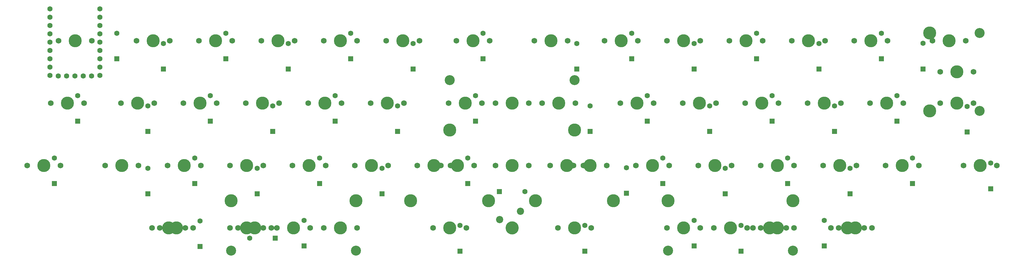
<source format=gbr>
%TF.GenerationSoftware,KiCad,Pcbnew,(7.0.0)*%
%TF.CreationDate,2023-03-10T13:35:51+01:00*%
%TF.ProjectId,NEC,4e45432e-6b69-4636-9164-5f7063625858,rev?*%
%TF.SameCoordinates,Original*%
%TF.FileFunction,Soldermask,Top*%
%TF.FilePolarity,Negative*%
%FSLAX46Y46*%
G04 Gerber Fmt 4.6, Leading zero omitted, Abs format (unit mm)*
G04 Created by KiCad (PCBNEW (7.0.0)) date 2023-03-10 13:35:51*
%MOMM*%
%LPD*%
G01*
G04 APERTURE LIST*
%ADD10R,1.600000X1.600000*%
%ADD11C,1.600000*%
%ADD12C,1.750000*%
%ADD13C,3.987800*%
%ADD14C,3.048000*%
%ADD15C,4.000000*%
%ADD16C,2.200000*%
G04 APERTURE END LIST*
D10*
%TO.C,D17*%
X68262499Y-56287499D03*
D11*
X68262500Y-48487500D03*
%TD*%
D12*
%TO.C,SW23*%
X193357500Y-50800000D03*
D13*
X198437500Y-50800000D03*
D12*
X203517500Y-50800000D03*
%TD*%
D10*
%TO.C,D50*%
X230187499Y-95974999D03*
D11*
X230187500Y-88175000D03*
%TD*%
D10*
%TO.C,D48*%
X182562499Y-95974999D03*
D11*
X182562500Y-88175000D03*
%TD*%
D10*
%TO.C,D46*%
X96837499Y-94387499D03*
D11*
X96837500Y-86587500D03*
%TD*%
D12*
%TO.C,SW3*%
X64770000Y-31750000D03*
D13*
X69850000Y-31750000D03*
D12*
X74930000Y-31750000D03*
%TD*%
D10*
%TO.C,D40*%
X244474999Y-75337499D03*
D11*
X244475000Y-67537500D03*
%TD*%
D12*
%TO.C,SW37*%
X179070000Y-69850000D03*
D13*
X184150000Y-69850000D03*
D12*
X189230000Y-69850000D03*
%TD*%
D10*
%TO.C,D11*%
X234949999Y-37237499D03*
D11*
X234950000Y-29437500D03*
%TD*%
D12*
%TO.C,SW27*%
X269557500Y-50800000D03*
D13*
X274637500Y-50800000D03*
D12*
X279717500Y-50800000D03*
%TD*%
%TO.C,SW49(3)1*%
X221932500Y-88900000D03*
D13*
X227012500Y-88900000D03*
D12*
X232092500Y-88900000D03*
%TD*%
%TO.C,SW4*%
X83820000Y-31750000D03*
D13*
X88900000Y-31750000D03*
D12*
X93980000Y-31750000D03*
%TD*%
D10*
%TO.C,D31*%
X63499999Y-75337499D03*
D11*
X63500000Y-67537500D03*
%TD*%
D10*
%TO.C,D41*%
X263524999Y-78512499D03*
D11*
X263525000Y-70712500D03*
%TD*%
D12*
%TO.C,SW25*%
X231457500Y-50800000D03*
D13*
X236537500Y-50800000D03*
D12*
X241617500Y-50800000D03*
%TD*%
%TO.C,SW2*%
X45720000Y-31750000D03*
D13*
X50800000Y-31750000D03*
D12*
X55880000Y-31750000D03*
%TD*%
%TO.C,SW29*%
X12382500Y-69850000D03*
D13*
X17462500Y-69850000D03*
D12*
X22542500Y-69850000D03*
%TD*%
D10*
%TO.C,D45*%
X88037499Y-92074999D03*
D11*
X80237500Y-92075000D03*
%TD*%
D10*
%TO.C,D51*%
X255587499Y-94387499D03*
D11*
X255587500Y-86587500D03*
%TD*%
D12*
%TO.C,SW41*%
X255270000Y-69850000D03*
D13*
X260350000Y-69850000D03*
D12*
X265430000Y-69850000D03*
%TD*%
%TO.C,SW6*%
X121920000Y-31750000D03*
D13*
X127000000Y-31750000D03*
D12*
X132080000Y-31750000D03*
%TD*%
D10*
%TO.C,D35*%
X146811999Y-75337499D03*
D11*
X146812000Y-67537500D03*
%TD*%
D12*
%TO.C,SW14(iso)1*%
X290989000Y-41275000D03*
D13*
X296069000Y-41275000D03*
D12*
X301149000Y-41275000D03*
%TD*%
D10*
%TO.C,D14*%
X285749999Y-40348999D03*
D11*
X285750000Y-32549000D03*
%TD*%
D10*
%TO.C,D20*%
X125412499Y-59462499D03*
D11*
X125412500Y-51662500D03*
%TD*%
D12*
%TO.C,SW46*%
X102870000Y-88900000D03*
D13*
X107950000Y-88900000D03*
D12*
X113030000Y-88900000D03*
%TD*%
%TO.C,SW40*%
X236220000Y-69850000D03*
D13*
X241300000Y-69850000D03*
D12*
X246380000Y-69850000D03*
%TD*%
D10*
%TO.C,D6*%
X130174999Y-40412499D03*
D11*
X130175000Y-32612500D03*
%TD*%
D12*
%TO.C,SW46(3)1*%
X88582500Y-88900000D03*
D13*
X93662500Y-88900000D03*
D12*
X98742500Y-88900000D03*
%TD*%
%TO.C,SW44(1.25)1*%
X52865000Y-88900000D03*
D13*
X57945000Y-88900000D03*
D12*
X63025000Y-88900000D03*
%TD*%
%TO.C,SW36*%
X155257500Y-69850000D03*
D13*
X160337500Y-69850000D03*
D12*
X165417500Y-69850000D03*
%TD*%
D10*
%TO.C,D13*%
X273049999Y-37237499D03*
D11*
X273050000Y-29437500D03*
%TD*%
D10*
%TO.C,D42*%
X282574999Y-75337499D03*
D11*
X282575000Y-67537500D03*
%TD*%
D10*
%TO.C,D25*%
X239712499Y-56287499D03*
D11*
X239712500Y-48487500D03*
%TD*%
D10*
%TO.C,D33*%
X101599999Y-75337499D03*
D11*
X101600000Y-67537500D03*
%TD*%
D12*
%TO.C,SW22*%
X169545000Y-50800000D03*
D13*
X174625000Y-50800000D03*
D12*
X179705000Y-50800000D03*
%TD*%
%TO.C,SW26*%
X250507500Y-50800000D03*
D13*
X255587500Y-50800000D03*
D12*
X260667500Y-50800000D03*
%TD*%
D10*
%TO.C,D28*%
X299211999Y-59589499D03*
D11*
X299212000Y-51789500D03*
%TD*%
D12*
%TO.C,SW48*%
X174307500Y-88900000D03*
D13*
X179387500Y-88900000D03*
D12*
X184467500Y-88900000D03*
%TD*%
D10*
%TO.C,D10*%
X215899999Y-40412499D03*
D11*
X215900000Y-32612500D03*
%TD*%
D12*
%TO.C,SW30*%
X36195000Y-69850000D03*
D13*
X41275000Y-69850000D03*
D12*
X46355000Y-69850000D03*
%TD*%
D10*
%TO.C,D43*%
X306387499Y-76924999D03*
D11*
X306387500Y-69125000D03*
%TD*%
D12*
%TO.C,SW10*%
X207645000Y-31750000D03*
D13*
X212725000Y-31750000D03*
D12*
X217805000Y-31750000D03*
%TD*%
D10*
%TO.C,D19*%
X106362499Y-56287499D03*
D11*
X106362500Y-48487500D03*
%TD*%
D12*
%TO.C,SW21(3)1*%
X155257500Y-50800000D03*
D13*
X160337500Y-50800000D03*
D12*
X165417500Y-50800000D03*
%TD*%
%TO.C,SW37(1.75)1*%
X171928000Y-69850000D03*
D13*
X177008000Y-69850000D03*
D12*
X182088000Y-69850000D03*
%TD*%
%TO.C,SW35(1.75)1*%
X138590000Y-69850000D03*
D13*
X143670000Y-69850000D03*
D12*
X148750000Y-69850000D03*
%TD*%
%TO.C,SW15*%
X19526000Y-50800000D03*
D13*
X24606000Y-50800000D03*
D12*
X29686000Y-50800000D03*
%TD*%
D10*
%TO.C,D18*%
X87312499Y-59462499D03*
D11*
X87312500Y-51662500D03*
%TD*%
D12*
%TO.C,SW49*%
X207645000Y-88900000D03*
D13*
X212725000Y-88900000D03*
D12*
X217805000Y-88900000D03*
%TD*%
%TO.C,SW20*%
X117157500Y-50800000D03*
D13*
X122237500Y-50800000D03*
D12*
X127317500Y-50800000D03*
%TD*%
%TO.C,SW42*%
X274320000Y-69850000D03*
D13*
X279400000Y-69850000D03*
D12*
X284480000Y-69850000D03*
%TD*%
D10*
%TO.C,D47*%
X144462499Y-95974999D03*
D11*
X144462500Y-88175000D03*
%TD*%
D12*
%TO.C,SW51(1.25)2*%
X257650000Y-88900000D03*
D13*
X262730000Y-88900000D03*
D12*
X267810000Y-88900000D03*
%TD*%
D10*
%TO.C,D26*%
X258762499Y-59462499D03*
D11*
X258762500Y-51662500D03*
%TD*%
D12*
%TO.C,SW8*%
X167163000Y-31750000D03*
D13*
X172243000Y-31750000D03*
D12*
X177323000Y-31750000D03*
%TD*%
%TO.C,SW16*%
X40957500Y-50800000D03*
D13*
X46037500Y-50800000D03*
D12*
X51117500Y-50800000D03*
%TD*%
D14*
%TO.C,S4*%
X246062500Y-95885000D03*
D13*
X246062500Y-80645000D03*
D14*
X207962500Y-95885000D03*
D13*
X207962500Y-80645000D03*
%TD*%
%TO.C,S1*%
X153193750Y-80645000D03*
X129381250Y-80645000D03*
%TD*%
D10*
%TO.C,D4*%
X92074999Y-40412499D03*
D11*
X92075000Y-32612500D03*
%TD*%
D10*
%TO.C,D36*%
X156437499Y-77787499D03*
D11*
X164237500Y-77787500D03*
%TD*%
D10*
%TO.C,D3*%
X73024999Y-37237499D03*
D11*
X73025000Y-29437500D03*
%TD*%
D12*
%TO.C,SW50(1.25)1*%
X233838000Y-88900000D03*
D13*
X238918000Y-88900000D03*
D12*
X243998000Y-88900000D03*
%TD*%
D10*
%TO.C,D37*%
X195262499Y-78324999D03*
D11*
X195262500Y-70525000D03*
%TD*%
D10*
%TO.C,D23*%
X201612499Y-56287499D03*
D11*
X201612500Y-48487500D03*
%TD*%
D12*
%TO.C,SW39*%
X217170000Y-69850000D03*
D13*
X222250000Y-69850000D03*
D12*
X227330000Y-69850000D03*
%TD*%
%TO.C,SW18*%
X79057500Y-50800000D03*
D13*
X84137500Y-50800000D03*
D12*
X89217500Y-50800000D03*
%TD*%
%TO.C,SW50*%
X236220000Y-88900000D03*
D13*
X241300000Y-88900000D03*
D12*
X246380000Y-88900000D03*
%TD*%
%TO.C,SW21*%
X140970000Y-50800000D03*
D13*
X146050000Y-50800000D03*
D12*
X151130000Y-50800000D03*
%TD*%
%TO.C,SW32*%
X74295000Y-69850000D03*
D13*
X79375000Y-69850000D03*
D12*
X84455000Y-69850000D03*
%TD*%
%TO.C,SW45*%
X74295000Y-88900000D03*
D13*
X79375000Y-88900000D03*
D12*
X84455000Y-88900000D03*
%TD*%
%TO.C,SW24*%
X212407500Y-50800000D03*
D13*
X217487500Y-50800000D03*
D12*
X222567500Y-50800000D03*
%TD*%
D10*
%TO.C,D9*%
X196849999Y-37237499D03*
D11*
X196850000Y-29437500D03*
%TD*%
D10*
%TO.C,D2*%
X53974999Y-40412499D03*
D11*
X53975000Y-32612500D03*
%TD*%
D12*
%TO.C,SW44*%
X50482500Y-88900000D03*
D13*
X55562500Y-88900000D03*
D12*
X60642500Y-88900000D03*
%TD*%
D10*
%TO.C,D12*%
X253999999Y-40412499D03*
D11*
X254000000Y-32612500D03*
%TD*%
D12*
%TO.C,SW12*%
X245745000Y-31750000D03*
D13*
X250825000Y-31750000D03*
D12*
X255905000Y-31750000D03*
%TD*%
D10*
%TO.C,D30*%
X49212499Y-78512499D03*
D11*
X49212500Y-70712500D03*
%TD*%
D12*
%TO.C,SW9*%
X188595000Y-31750000D03*
D13*
X193675000Y-31750000D03*
D12*
X198755000Y-31750000D03*
%TD*%
%TO.C,SW1*%
X21907500Y-31750000D03*
D13*
X26987500Y-31750000D03*
D12*
X32067500Y-31750000D03*
%TD*%
D14*
%TO.C,S3*%
X112712500Y-95885000D03*
D13*
X112712500Y-80645000D03*
D14*
X74612500Y-95885000D03*
D13*
X74612500Y-80645000D03*
%TD*%
D10*
%TO.C,D39*%
X225424999Y-78512499D03*
D11*
X225425000Y-70712500D03*
%TD*%
D10*
%TO.C,D34*%
X120649999Y-78512499D03*
D11*
X120650000Y-70712500D03*
%TD*%
D10*
%TO.C,D7*%
X151510999Y-37237499D03*
D11*
X151511000Y-29437500D03*
%TD*%
D10*
%TO.C,D24*%
X220662499Y-59462499D03*
D11*
X220662500Y-51662500D03*
%TD*%
D12*
%TO.C,SW7*%
X143351000Y-31750000D03*
D13*
X148431000Y-31750000D03*
D12*
X153511000Y-31750000D03*
%TD*%
D10*
%TO.C,D27*%
X277812499Y-56287499D03*
D11*
X277812500Y-48487500D03*
%TD*%
D10*
%TO.C,D49*%
X215899999Y-94387499D03*
D11*
X215900000Y-86587500D03*
%TD*%
D10*
%TO.C,D22*%
X184149999Y-59462499D03*
D11*
X184150000Y-51662500D03*
%TD*%
D10*
%TO.C,D8*%
X180085999Y-40412499D03*
D11*
X180086000Y-32612500D03*
%TD*%
D15*
%TO.C,SW44(4)1*%
X160337500Y-88900000D03*
D16*
X156527500Y-86360000D03*
X162877500Y-83820000D03*
%TD*%
D12*
%TO.C,SW19*%
X98107500Y-50800000D03*
D13*
X103187500Y-50800000D03*
D12*
X108267500Y-50800000D03*
%TD*%
D10*
%TO.C,D44*%
X65087499Y-94574999D03*
D11*
X65087500Y-86775000D03*
%TD*%
D10*
%TO.C,D15*%
X27812999Y-56287499D03*
D11*
X27813000Y-48487500D03*
%TD*%
D12*
%TO.C,SW43*%
X298132500Y-69850000D03*
D13*
X303212500Y-69850000D03*
D12*
X308292500Y-69850000D03*
%TD*%
D10*
%TO.C,D16*%
X49212499Y-59462499D03*
D11*
X49212500Y-51662500D03*
%TD*%
D12*
%TO.C,SW47*%
X136207500Y-88900000D03*
D13*
X141287500Y-88900000D03*
D12*
X146367500Y-88900000D03*
%TD*%
D13*
%TO.C,S2*%
X191293750Y-80645000D03*
X167481250Y-80645000D03*
%TD*%
%TO.C,S6*%
X287814000Y-29368750D03*
X287814000Y-53181250D03*
D14*
X303054000Y-29368750D03*
X303054000Y-53181250D03*
%TD*%
D10*
%TO.C,D21*%
X149224999Y-56287499D03*
D11*
X149225000Y-48487500D03*
%TD*%
D12*
%TO.C,SW34*%
X112395000Y-69850000D03*
D13*
X117475000Y-69850000D03*
D12*
X122555000Y-69850000D03*
%TD*%
%TO.C,SW35*%
X131445000Y-69850000D03*
D13*
X136525000Y-69850000D03*
D12*
X141605000Y-69850000D03*
%TD*%
%TO.C,SW38*%
X198120000Y-69850000D03*
D13*
X203200000Y-69850000D03*
D12*
X208280000Y-69850000D03*
%TD*%
D10*
%TO.C,D32*%
X82549999Y-78512499D03*
D11*
X82550000Y-70712500D03*
%TD*%
D12*
%TO.C,SW17*%
X60007500Y-50800000D03*
D13*
X65087500Y-50800000D03*
D12*
X70167500Y-50800000D03*
%TD*%
%TO.C,SW5*%
X102870000Y-31750000D03*
D13*
X107950000Y-31750000D03*
D12*
X113030000Y-31750000D03*
%TD*%
%TO.C,SW51*%
X260032500Y-88900000D03*
D13*
X265112500Y-88900000D03*
D12*
X270192500Y-88900000D03*
%TD*%
%TO.C,SW14*%
X288608000Y-31750000D03*
D13*
X293688000Y-31750000D03*
D12*
X298768000Y-31750000D03*
%TD*%
D10*
%TO.C,D5*%
X111124999Y-37237499D03*
D11*
X111125000Y-29437500D03*
%TD*%
D10*
%TO.C,D1*%
X39687499Y-37237499D03*
D11*
X39687500Y-29437500D03*
%TD*%
D12*
%TO.C,SW13*%
X264795000Y-31750000D03*
D13*
X269875000Y-31750000D03*
D12*
X274955000Y-31750000D03*
%TD*%
%TO.C,SW28*%
X290988500Y-50800000D03*
D13*
X296068500Y-50800000D03*
D12*
X301148500Y-50800000D03*
%TD*%
D10*
%TO.C,D38*%
X206374999Y-75337499D03*
D11*
X206375000Y-67537500D03*
%TD*%
D12*
%TO.C,SW33*%
X93345000Y-69850000D03*
D13*
X98425000Y-69850000D03*
D12*
X103505000Y-69850000D03*
%TD*%
D10*
%TO.C,D29*%
X20637499Y-75337499D03*
D11*
X20637500Y-67537500D03*
%TD*%
D12*
%TO.C,SW45(1.25)1*%
X76677000Y-88900000D03*
D13*
X81757000Y-88900000D03*
D12*
X86837000Y-88900000D03*
%TD*%
D14*
%TO.C,S5*%
X141287500Y-43815000D03*
D13*
X141287500Y-59055000D03*
D14*
X179387500Y-43815000D03*
D13*
X179387500Y-59055000D03*
%TD*%
D12*
%TO.C,SW31*%
X55245000Y-69850000D03*
D13*
X60325000Y-69850000D03*
D12*
X65405000Y-69850000D03*
%TD*%
%TO.C,SW11*%
X226695000Y-31750000D03*
D13*
X231775000Y-31750000D03*
D12*
X236855000Y-31750000D03*
%TD*%
D11*
%TO.C,RZ1*%
X19272500Y-21990000D03*
X19272500Y-24530000D03*
X19272500Y-27070000D03*
X19272500Y-29610000D03*
X19272500Y-32150000D03*
X19272500Y-34690000D03*
X19272500Y-37230000D03*
X19272500Y-39770000D03*
X19272500Y-42310000D03*
X21812500Y-42520000D03*
X24352500Y-42520000D03*
X26892500Y-42520000D03*
X29432500Y-42520000D03*
X31972500Y-42520000D03*
X34512500Y-42310000D03*
X34512500Y-39770000D03*
X34512500Y-37230000D03*
X34512500Y-34690000D03*
X34512500Y-32150000D03*
X34512500Y-29610000D03*
X34512500Y-27070000D03*
X34512500Y-21990000D03*
X34512500Y-24530000D03*
%TD*%
M02*

</source>
